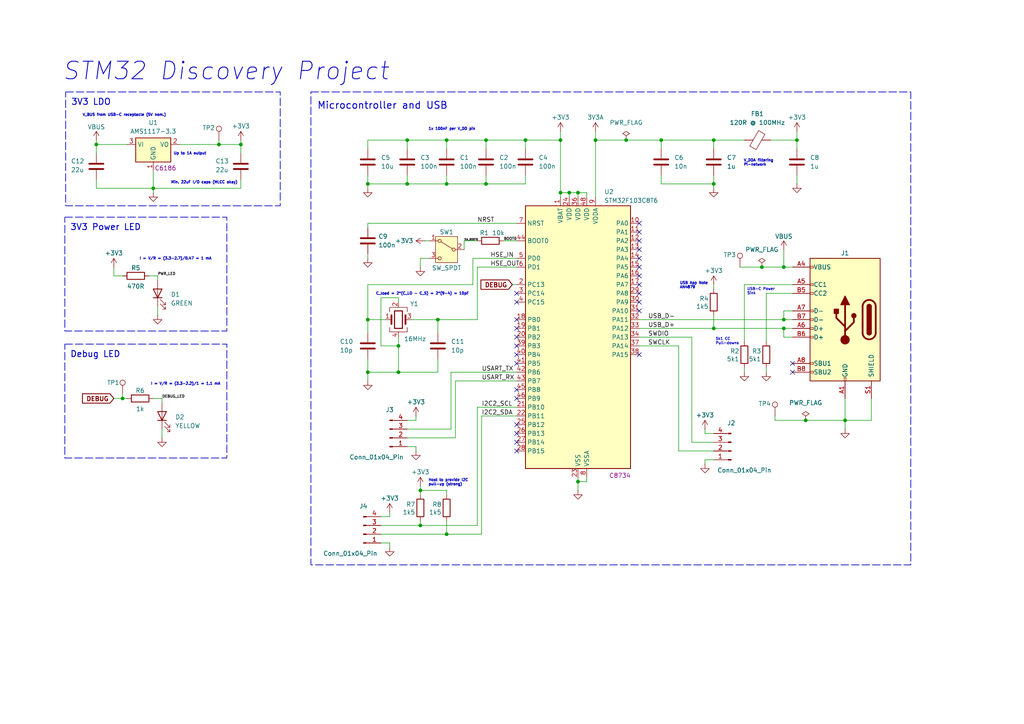
<source format=kicad_sch>
(kicad_sch (version 20250114) (generator "eeschema") (generator_version "9.0")
  (paper "A4")
  (title_block (title "STM32 Discovery Project") (date "2025-08-26") (rev "1.0") (company "Lachlan Cooke"))
  (lib_symbols
    (symbol "Connector:Conn_01x04_Pin" (pin_names (offset 1.016) (hide yes))
      (property "Reference" "J" (at 0 5.08 0))
      (property "Value" "Conn_01x04_Pin" (at 0 -7.62 0))
      (symbol "Conn_01x04_Pin_1_1"
        (rectangle (start 0.8636 2.667) (end 0 2.413) (stroke (width 0.1524)) (fill (type outline)))
        (rectangle (start 0.8636 0.127) (end 0 -0.127) (stroke (width 0.1524)) (fill (type outline)))
        (rectangle (start 0.8636 -2.413) (end 0 -2.667) (stroke (width 0.1524)) (fill (type outline)))
        (rectangle (start 0.8636 -4.953) (end 0 -5.207) (stroke (width 0.1524)) (fill (type outline)))
        (polyline (pts (xy 1.27 2.54) (xy 0.8636 2.54)) (stroke (width 0.1524)))
        (polyline (pts (xy 1.27 0) (xy 0.8636 0)) (stroke (width 0.1524)))
        (polyline (pts (xy 1.27 -2.54) (xy 0.8636 -2.54)) (stroke (width 0.1524)))
        (polyline (pts (xy 1.27 -5.08) (xy 0.8636 -5.08)) (stroke (width 0.1524)))
        (pin passive line (at 5.08 2.54 180) (length 3.81) (name "Pin_1") (number "1"))
        (pin passive line (at 5.08 0 180) (length 3.81) (name "Pin_2") (number "2"))
        (pin passive line (at 5.08 -2.54 180) (length 3.81) (name "Pin_3") (number "3"))
        (pin passive line (at 5.08 -5.08 180) (length 3.81) (name "Pin_4") (number "4"))
      )
    )
    (symbol "Connector:TestPoint" (pin_numbers (hide yes)) (pin_names (offset 0.762) (hide yes))
      (property "Reference" "TP" (at 0 6.858 0))
      (property "Value" "TestPoint" (at 0 5.08 0))
      (symbol "TestPoint_0_1"
        (circle (center 0 3.302) (radius 0.762))
      )
      (symbol "TestPoint_1_1"
        (pin passive line (at 0 0 90) (length 2.54) (name "1") (number "1"))
      )
    )
    (symbol "Connector:USB_C_Receptacle_USB2.0_16P" (pin_names (offset 1.016))
      (property "Reference" "J" (at 0 22.225 0))
      (property "Value" "USB_C_Receptacle_USB2.0_16P" (at 0 19.685 0))
      (symbol "USB_C_Receptacle_USB2.0_16P_0_0"
        (rectangle (start -0.254 -17.78) (end 0.254 -16.764))
        (rectangle (start 10.16 15.494) (end 9.144 14.986))
        (rectangle (start 10.16 10.414) (end 9.144 9.906))
        (rectangle (start 10.16 7.874) (end 9.144 7.366))
        (rectangle (start 10.16 2.794) (end 9.144 2.286))
        (rectangle (start 10.16 0.254) (end 9.144 -0.254))
        (rectangle (start 10.16 -2.286) (end 9.144 -2.794))
        (rectangle (start 10.16 -4.826) (end 9.144 -5.334))
        (rectangle (start 10.16 -12.446) (end 9.144 -12.954))
        (rectangle (start 10.16 -14.986) (end 9.144 -15.494))
      )
      (symbol "USB_C_Receptacle_USB2.0_16P_0_1"
        (rectangle (start -10.16 17.78) (end 10.16 -17.78) (stroke (width 0.254)) (fill (type background)))
        (polyline (pts (xy -8.89 -3.81) (xy -8.89 3.81)) (stroke (width 0.508)))
        (rectangle (start -7.62 -3.81) (end -6.35 3.81) (stroke (width 0.254)) (fill (type outline)))
        (arc (start -7.62 3.81) (mid -6.985 4.4423) (end -6.35 3.81) (stroke (width 0.254)))
        (arc (start -7.62 3.81) (mid -6.985 4.4423) (end -6.35 3.81) (stroke (width 0.254)) (fill (type outline)))
        (arc (start -8.89 3.81) (mid -6.985 5.7067) (end -5.08 3.81) (stroke (width 0.508)))
        (arc (start -5.08 -3.81) (mid -6.985 -5.7067) (end -8.89 -3.81) (stroke (width 0.508)))
        (arc (start -6.35 -3.81) (mid -6.985 -4.4423) (end -7.62 -3.81) (stroke (width 0.254)))
        (arc (start -6.35 -3.81) (mid -6.985 -4.4423) (end -7.62 -3.81) (stroke (width 0.254)) (fill (type outline)))
        (polyline (pts (xy -5.08 3.81) (xy -5.08 -3.81)) (stroke (width 0.508)))
        (circle (center -2.54 1.143) (radius 0.635) (stroke (width 0.254)) (fill (type outline)))
        (polyline (pts (xy -1.27 4.318) (xy 0 6.858) (xy 1.27 4.318) (xy -1.27 4.318)) (stroke (width 0.254)) (fill (type outline)))
        (polyline (pts (xy 0 -2.032) (xy 2.54 0.508) (xy 2.54 1.778)) (stroke (width 0.508)))
        (polyline (pts (xy 0 -3.302) (xy -2.54 -0.762) (xy -2.54 0.508)) (stroke (width 0.508)))
        (polyline (pts (xy 0 -5.842) (xy 0 4.318)) (stroke (width 0.508)))
        (circle (center 0 -5.842) (radius 1.27) (fill (type outline)))
        (rectangle (start 1.905 1.778) (end 3.175 3.048) (stroke (width 0.254)) (fill (type outline)))
      )
      (symbol "USB_C_Receptacle_USB2.0_16P_1_1"
        (pin passive line (at -7.62 -22.86 90) (length 5.08) (name "SHIELD") (number "S1"))
        (pin passive line (at 0 -22.86 90) (length 5.08) (name "GND") (number "A1"))
        (pin passive line (at 0 -22.86 90) (length 5.08) (hide yes) (name "GND") (number "A12"))
        (pin passive line (at 0 -22.86 90) (length 5.08) (hide yes) (name "GND") (number "B1"))
        (pin passive line (at 0 -22.86 90) (length 5.08) (hide yes) (name "GND") (number "B12"))
        (pin passive line (at 15.24 15.24 180) (length 5.08) (name "VBUS") (number "A4"))
        (pin passive line (at 15.24 15.24 180) (length 5.08) (hide yes) (name "VBUS") (number "A9"))
        (pin passive line (at 15.24 15.24 180) (length 5.08) (hide yes) (name "VBUS") (number "B4"))
        (pin passive line (at 15.24 15.24 180) (length 5.08) (hide yes) (name "VBUS") (number "B9"))
        (pin bidirectional line (at 15.24 10.16 180) (length 5.08) (name "CC1") (number "A5"))
        (pin bidirectional line (at 15.24 7.62 180) (length 5.08) (name "CC2") (number "B5"))
        (pin bidirectional line (at 15.24 2.54 180) (length 5.08) (name "D-") (number "A7"))
        (pin bidirectional line (at 15.24 0 180) (length 5.08) (name "D-") (number "B7"))
        (pin bidirectional line (at 15.24 -2.54 180) (length 5.08) (name "D+") (number "A6"))
        (pin bidirectional line (at 15.24 -5.08 180) (length 5.08) (name "D+") (number "B6"))
        (pin bidirectional line (at 15.24 -12.7 180) (length 5.08) (name "SBU1") (number "A8"))
        (pin bidirectional line (at 15.24 -15.24 180) (length 5.08) (name "SBU2") (number "B8"))
      )
    )
    (symbol "Device:C" (pin_numbers (hide yes)) (pin_names (offset 0.254))
      (property "Reference" "C" (at 0.635 2.54 0))
      (property "Value" "C" (at 0.635 -2.54 0))
      (symbol "C_0_1"
        (polyline (pts (xy -2.032 0.762) (xy 2.032 0.762)) (stroke (width 0.508)))
        (polyline (pts (xy -2.032 -0.762) (xy 2.032 -0.762)) (stroke (width 0.508)))
      )
      (symbol "C_1_1"
        (pin passive line (at 0 3.81 270) (length 2.794) (name "~") (number "1"))
        (pin passive line (at 0 -3.81 90) (length 2.794) (name "~") (number "2"))
      )
    )
    (symbol "Device:Crystal_GND24" (pin_names (offset 1.016) (hide yes))
      (property "Reference" "Y" (at 3.175 5.08 0))
      (property "Value" "Crystal_GND24" (at 3.175 3.175 0))
      (symbol "Crystal_GND24_0_1"
        (polyline (pts (xy -2.54 2.286) (xy -2.54 3.556) (xy 2.54 3.556) (xy 2.54 2.286)))
        (polyline (pts (xy -2.54 0) (xy -2.032 0)))
        (polyline (pts (xy -2.54 -2.286) (xy -2.54 -3.556) (xy 2.54 -3.556) (xy 2.54 -2.286)))
        (polyline (pts (xy -2.032 -1.27) (xy -2.032 1.27)) (stroke (width 0.508)))
        (rectangle (start -1.143 2.54) (end 1.143 -2.54) (stroke (width 0.3048)))
        (polyline (pts (xy 0 3.556) (xy 0 3.81)))
        (polyline (pts (xy 0 -3.81) (xy 0 -3.556)))
        (polyline (pts (xy 2.032 0) (xy 2.54 0)))
        (polyline (pts (xy 2.032 -1.27) (xy 2.032 1.27)) (stroke (width 0.508)))
      )
      (symbol "Crystal_GND24_1_1"
        (pin passive line (at -3.81 0 0) (length 1.27) (name "1") (number "1"))
        (pin passive line (at 0 5.08 270) (length 1.27) (name "2") (number "2"))
        (pin passive line (at 0 -5.08 90) (length 1.27) (name "4") (number "4"))
        (pin passive line (at 3.81 0 180) (length 1.27) (name "3") (number "3"))
      )
    )
    (symbol "Device:FerriteBead" (pin_numbers (hide yes)) (pin_names (offset 0))
      (property "Reference" "FB" (at -3.81 0.635 90))
      (property "Value" "FerriteBead" (at 3.81 0 90))
      (symbol "FerriteBead_0_1"
        (polyline (pts (xy -2.7686 0.4064) (xy -1.7018 2.2606) (xy 2.7686 -0.3048) (xy 1.6764 -2.159) (xy -2.7686 0.4064)))
        (polyline (pts (xy 0 1.27) (xy 0 1.2954)))
        (polyline (pts (xy 0 -1.27) (xy 0 -1.2192)))
      )
      (symbol "FerriteBead_1_1"
        (pin passive line (at 0 3.81 270) (length 2.54) (name "~") (number "1"))
        (pin passive line (at 0 -3.81 90) (length 2.54) (name "~") (number "2"))
      )
    )
    (symbol "Device:LED" (pin_numbers (hide yes)) (pin_names (offset 1.016) (hide yes))
      (property "Reference" "D" (at 0 2.54 0))
      (property "Value" "LED" (at 0 -2.54 0))
      (symbol "LED_0_1"
        (polyline (pts (xy -3.048 -0.762) (xy -4.572 -2.286) (xy -3.81 -2.286) (xy -4.572 -2.286) (xy -4.572 -1.524)))
        (polyline (pts (xy -1.778 -0.762) (xy -3.302 -2.286) (xy -2.54 -2.286) (xy -3.302 -2.286) (xy -3.302 -1.524)))
        (polyline (pts (xy -1.27 0) (xy 1.27 0)))
        (polyline (pts (xy -1.27 -1.27) (xy -1.27 1.27)) (stroke (width 0.254)))
        (polyline (pts (xy 1.27 -1.27) (xy 1.27 1.27) (xy -1.27 0) (xy 1.27 -1.27)) (stroke (width 0.254)))
      )
      (symbol "LED_1_1"
        (pin passive line (at -3.81 0 0) (length 2.54) (name "K") (number "1"))
        (pin passive line (at 3.81 0 180) (length 2.54) (name "A") (number "2"))
      )
    )
    (symbol "Device:R" (pin_numbers (hide yes)) (pin_names (offset 0))
      (property "Reference" "R" (at 2.032 0 90))
      (property "Value" "R" (at 0 0 90))
      (symbol "R_0_1"
        (rectangle (start -1.016 -2.54) (end 1.016 2.54) (stroke (width 0.254)))
      )
      (symbol "R_1_1"
        (pin passive line (at 0 3.81 270) (length 1.27) (name "~") (number "1"))
        (pin passive line (at 0 -3.81 90) (length 1.27) (name "~") (number "2"))
      )
    )
    (symbol "MCU_ST_STM32F1:STM32F103C8Tx"
      (property "Reference" "U" (at -15.24 39.37 0))
      (property "Value" "STM32F103C8Tx" (at 7.62 39.37 0))
      (symbol "STM32F103C8Tx_0_1"
        (rectangle (start -15.24 -38.1) (end 15.24 38.1) (stroke (width 0.254)) (fill (type background)))
      )
      (symbol "STM32F103C8Tx_1_1"
        (pin input line (at -17.78 33.02 0) (length 2.54) (name "NRST") (number "7"))
        (pin input line (at -17.78 27.94 0) (length 2.54) (name "BOOT0") (number "44"))
        (pin bidirectional line (at -17.78 22.86 0) (length 2.54) (name "PD0") (number "5"))
        (pin bidirectional line (at -17.78 20.32 0) (length 2.54) (name "PD1") (number "6"))
        (pin bidirectional line (at -17.78 15.24 0) (length 2.54) (name "PC13") (number "2"))
        (pin bidirectional line (at -17.78 12.7 0) (length 2.54) (name "PC14") (number "3"))
        (pin bidirectional line (at -17.78 10.16 0) (length 2.54) (name "PC15") (number "4"))
        (pin bidirectional line (at -17.78 5.08 0) (length 2.54) (name "PB0") (number "18"))
        (pin bidirectional line (at -17.78 2.54 0) (length 2.54) (name "PB1") (number "19"))
        (pin bidirectional line (at -17.78 0 0) (length 2.54) (name "PB2") (number "20"))
        (pin bidirectional line (at -17.78 -2.54 0) (length 2.54) (name "PB3") (number "39"))
        (pin bidirectional line (at -17.78 -5.08 0) (length 2.54) (name "PB4") (number "40"))
        (pin bidirectional line (at -17.78 -7.62 0) (length 2.54) (name "PB5") (number "41"))
        (pin bidirectional line (at -17.78 -10.16 0) (length 2.54) (name "PB6") (number "42"))
        (pin bidirectional line (at -17.78 -12.7 0) (length 2.54) (name "PB7") (number "43"))
        (pin bidirectional line (at -17.78 -15.24 0) (length 2.54) (name "PB8") (number "45"))
        (pin bidirectional line (at -17.78 -17.78 0) (length 2.54) (name "PB9") (number "46"))
        (pin bidirectional line (at -17.78 -20.32 0) (length 2.54) (name "PB10") (number "21"))
        (pin bidirectional line (at -17.78 -22.86 0) (length 2.54) (name "PB11") (number "22"))
        (pin bidirectional line (at -17.78 -25.4 0) (length 2.54) (name "PB12") (number "25"))
        (pin bidirectional line (at -17.78 -27.94 0) (length 2.54) (name "PB13") (number "26"))
        (pin bidirectional line (at -17.78 -30.48 0) (length 2.54) (name "PB14") (number "27"))
        (pin bidirectional line (at -17.78 -33.02 0) (length 2.54) (name "PB15") (number "28"))
        (pin power_in line (at -5.08 40.64 270) (length 2.54) (name "VBAT") (number "1"))
        (pin power_in line (at -2.54 40.64 270) (length 2.54) (name "VDD") (number "24"))
        (pin power_in line (at 0 40.64 270) (length 2.54) (name "VDD") (number "36"))
        (pin power_in line (at 0 -40.64 90) (length 2.54) (name "VSS") (number "23"))
        (pin passive line (at 0 -40.64 90) (length 2.54) (hide yes) (name "VSS") (number "35"))
        (pin passive line (at 0 -40.64 90) (length 2.54) (hide yes) (name "VSS") (number "47"))
        (pin power_in line (at 2.54 40.64 270) (length 2.54) (name "VDD") (number "48"))
        (pin power_in line (at 2.54 -40.64 90) (length 2.54) (name "VSSA") (number "8"))
        (pin power_in line (at 5.08 40.64 270) (length 2.54) (name "VDDA") (number "9"))
        (pin bidirectional line (at 17.78 33.02 180) (length 2.54) (name "PA0") (number "10"))
        (pin bidirectional line (at 17.78 30.48 180) (length 2.54) (name "PA1") (number "11"))
        (pin bidirectional line (at 17.78 27.94 180) (length 2.54) (name "PA2") (number "12"))
        (pin bidirectional line (at 17.78 25.4 180) (length 2.54) (name "PA3") (number "13"))
        (pin bidirectional line (at 17.78 22.86 180) (length 2.54) (name "PA4") (number "14"))
        (pin bidirectional line (at 17.78 20.32 180) (length 2.54) (name "PA5") (number "15"))
        (pin bidirectional line (at 17.78 17.78 180) (length 2.54) (name "PA6") (number "16"))
        (pin bidirectional line (at 17.78 15.24 180) (length 2.54) (name "PA7") (number "17"))
        (pin bidirectional line (at 17.78 12.7 180) (length 2.54) (name "PA8") (number "29"))
        (pin bidirectional line (at 17.78 10.16 180) (length 2.54) (name "PA9") (number "30"))
        (pin bidirectional line (at 17.78 7.62 180) (length 2.54) (name "PA10") (number "31"))
        (pin bidirectional line (at 17.78 5.08 180) (length 2.54) (name "PA11") (number "32"))
        (pin bidirectional line (at 17.78 2.54 180) (length 2.54) (name "PA12") (number "33"))
        (pin bidirectional line (at 17.78 0 180) (length 2.54) (name "PA13") (number "34"))
        (pin bidirectional line (at 17.78 -2.54 180) (length 2.54) (name "PA14") (number "37"))
        (pin bidirectional line (at 17.78 -5.08 180) (length 2.54) (name "PA15") (number "38"))
      )
    )
    (symbol "Regulator_Linear:AMS1117-3.3"
      (property "Reference" "U" (at -3.81 3.175 0))
      (property "Value" "AMS1117-3.3" (at 0 3.175 0))
      (symbol "AMS1117-3.3_0_1"
        (rectangle (start -5.08 -5.08) (end 5.08 1.905) (stroke (width 0.254)) (fill (type background)))
      )
      (symbol "AMS1117-3.3_1_1"
        (pin power_in line (at -7.62 0 0) (length 2.54) (name "VI") (number "3"))
        (pin power_in line (at 0 -7.62 90) (length 2.54) (name "GND") (number "1"))
        (pin power_out line (at 7.62 0 180) (length 2.54) (name "VO") (number "2"))
      )
    )
    (symbol "Switch:SW_SPDT" (pin_names (offset 0) (hide yes))
      (property "Reference" "SW" (at 0 5.08 0))
      (property "Value" "SW_SPDT" (at 0 -5.08 0))
      (symbol "SW_SPDT_0_1"
        (circle (center -2.032 0) (radius 0.4572))
        (polyline (pts (xy -1.651 0.254) (xy 1.651 2.286)))
        (circle (center 2.032 2.54) (radius 0.4572))
        (circle (center 2.032 -2.54) (radius 0.4572))
      )
      (symbol "SW_SPDT_1_1"
        (rectangle (start -3.175 3.81) (end 3.175 -3.81) (fill (type background)))
        (pin passive line (at -5.08 0 0) (length 2.54) (name "B") (number "2"))
        (pin passive line (at 5.08 2.54 180) (length 2.54) (name "A") (number "1"))
        (pin passive line (at 5.08 -2.54 180) (length 2.54) (name "C") (number "3"))
      )
    )
    (symbol "power:+3.3VA" (power) (pin_numbers (hide yes)) (pin_names (offset 0) (hide yes))
      (property "Value" "+3.3VA" (at 0 3.556 0))
      (symbol "+3.3VA_0_1"
        (polyline (pts (xy -0.762 1.27) (xy 0 2.54)))
        (polyline (pts (xy 0 2.54) (xy 0.762 1.27)))
        (polyline (pts (xy 0 0) (xy 0 2.54)))
      )
      (symbol "+3.3VA_1_1"
        (pin power_in line (at 0 0 90) (length 0) (name "~") (number "1"))
      )
    )
    (symbol "power:+3V3" (power) (pin_numbers (hide yes)) (pin_names (offset 0) (hide yes))
      (property "Value" "+3V3" (at 0 3.556 0))
      (symbol "+3V3_0_1"
        (polyline (pts (xy -0.762 1.27) (xy 0 2.54)))
        (polyline (pts (xy 0 2.54) (xy 0.762 1.27)))
        (polyline (pts (xy 0 0) (xy 0 2.54)))
      )
      (symbol "+3V3_1_1"
        (pin power_in line (at 0 0 90) (length 0) (name "~") (number "1"))
      )
    )
    (symbol "power:GND" (power) (pin_numbers (hide yes)) (pin_names (offset 0) (hide yes))
      (property "Value" "GND" (at 0 -3.81 0))
      (symbol "GND_0_1"
        (polyline (pts (xy 0 0) (xy 0 -1.27) (xy 1.27 -1.27) (xy 0 -2.54) (xy -1.27 -1.27) (xy 0 -1.27)))
      )
      (symbol "GND_1_1"
        (pin power_in line (at 0 0 270) (length 0) (name "~") (number "1"))
      )
    )
    (symbol "power:PWR_FLAG" (power) (pin_numbers (hide yes)) (pin_names (offset 0) (hide yes))
      (property "Value" "PWR_FLAG" (at 0 3.81 0))
      (symbol "PWR_FLAG_0_0"
        (pin power_out line (at 0 0 90) (length 0) (name "~") (number "1"))
      )
      (symbol "PWR_FLAG_0_1"
        (polyline (pts (xy 0 0) (xy 0 1.27) (xy -1.016 1.905) (xy 0 2.54) (xy 1.016 1.905) (xy 0 1.27)))
      )
    )
    (symbol "power:VBUS" (power) (pin_numbers (hide yes)) (pin_names (offset 0) (hide yes))
      (property "Value" "VBUS" (at 0 3.556 0))
      (symbol "VBUS_0_1"
        (polyline (pts (xy -0.762 1.27) (xy 0 2.54)))
        (polyline (pts (xy 0 2.54) (xy 0.762 1.27)))
        (polyline (pts (xy 0 0) (xy 0 2.54)))
      )
      (symbol "VBUS_1_1"
        (pin power_in line (at 0 0 90) (length 0) (name "~") (number "1"))
      )
    )
  )
  (rectangle (start 90.17 26.67) (end 264.16 163.83) (stroke (width 0.2032) (type dash)))
  (rectangle (start 19.05 26.67) (end 81.28 59.69) (stroke (width 0.2032) (type dash)))
  (rectangle (start 18.796 62.992) (end 65.786 96.012) (stroke (width 0.2032) (type dash)))
  (rectangle (start 18.796 99.822) (end 65.786 132.842) (stroke (width 0.2032) (type dash)))
  (text "I = V/R = (3.3-2.7)/0.47 = 1 mA" (at 40.386 74.676 0) (effects (font (size 0.762 0.762) (thickness 0.254) (bold yes)) (justify left top)))
  (text "Up to 1A output" (at 50.292 44.196 0) (effects (font (size 0.762 0.762) (thickness 0.254) (bold yes)) (justify left top)))
  (text "Debug LED" (at 20.32 102.87 0) (effects (font (size 1.778 1.778) (thickness 0.254) (bold yes)) (justify left)))
  (text "5k1 CC\nPull-downs" (at 207.518 99.06 0) (effects (font (size 0.762 0.762) (thickness 0.1524) (bold yes)) (justify left)))
  (text "Min. 22uF I/O caps (MLCC okay)" (at 49.53 52.578 0) (effects (font (size 0.762 0.762) (thickness 0.254) (bold yes)) (justify left top)))
  (text "C_load = 2*(C_LO - C_S) = 2*(9-4) = 10pF" (at 108.966 84.836 0) (effects (font (size 0.762 0.762) (thickness 0.254) (bold yes)) (justify left top)))
  (text "V_DDA filtering\nPi-network" (at 215.646 46.228 0) (effects (font (size 0.762 0.762) (thickness 0.254) (bold yes)) (justify left top)))
  (text "V_BUS from USB-C receptacle (5V nom.)" (at 23.876 33.02 0) (effects (font (size 0.762 0.762) (thickness 0.254) (bold yes)) (justify left top)))
  (text "USB-C Power\nSink" (at 216.662 84.582 0) (effects (font (size 0.762 0.762) (thickness 0.1524) (bold yes)) (justify left)))
  (text "USB App Note\nAN4879" (at 197.104 81.788 0) (effects (font (size 0.762 0.762) (thickness 0.254) (bold yes)) (justify left top)))
  (text "1x 100nF per V_DD pin" (at 124.206 37.084 0) (effects (font (size 0.762 0.762) (thickness 0.254) (bold yes)) (justify left top)))
  (text "Host to provide I2C\npull-up (strong) " (at 124.206 138.938 0) (effects (font (size 0.762 0.762) (thickness 0.254) (bold yes)) (justify left top)))
  (text "3V3 Power LED" (at 20.32 66.04 0) (effects (font (size 1.778 1.778) (thickness 0.254) (bold yes)) (justify left)))
  (text "I = V/R = (3.3-2.2)/1 = 1.1 mA" (at 43.688 110.998 0) (effects (font (size 0.762 0.762) (thickness 0.254) (bold yes)) (justify left top)))
  (text "STM32 Discovery Project" (at 18.034 17.78 0) (effects (font (size 5.08 5.08) (thickness 0.254) (bold yes) (italic yes)) (justify left top)))
  (text "Microcontroller and USB" (at 91.948 30.734 0) (effects (font (size 2.032 2.032) (thickness 0.254) (bold yes)) (justify left)))
  (text "3V3 LDO" (at 20.574 29.718 0) (effects (font (size 1.778 1.778) (thickness 0.254) (bold yes)) (justify left)))
  (junction (at 207.01 95.25))
  (junction (at 63.5 41.91))
  (junction (at 165.1 55.88))
  (junction (at 115.57 107.95))
  (junction (at 227.33 77.47))
  (junction (at 106.68 53.34))
  (junction (at 172.72 40.64))
  (junction (at 152.4 40.64))
  (junction (at 227.33 95.25))
  (junction (at 227.33 92.71))
  (junction (at 121.92 152.4))
  (junction (at 167.64 139.7))
  (junction (at 69.85 41.91))
  (junction (at 129.54 53.34))
  (junction (at 140.97 53.34))
  (junction (at 191.77 40.64))
  (junction (at 44.45 54.61))
  (junction (at 245.11 121.92))
  (junction (at 167.64 55.88))
  (junction (at 129.54 154.94))
  (junction (at 162.56 40.64))
  (junction (at 129.54 40.64))
  (junction (at 118.11 40.64))
  (junction (at 162.56 55.88))
  (junction (at 181.61 40.64))
  (junction (at 207.01 53.34))
  (junction (at 233.68 121.92))
  (junction (at 220.98 77.47))
  (junction (at 127 92.71))
  (junction (at 106.68 107.95))
  (junction (at 27.94 41.91))
  (junction (at 231.14 40.64))
  (junction (at 140.97 40.64))
  (junction (at 121.92 142.24))
  (junction (at 106.68 92.71))
  (junction (at 115.57 100.33))
  (junction (at 118.11 53.34))
  (junction (at 207.01 40.64))
  (junction (at 35.56 115.57))
  (no_connect (at 229.87 105.41))
  (no_connect (at 149.86 102.87))
  (no_connect (at 185.42 64.77))
  (no_connect (at 149.86 130.81))
  (no_connect (at 185.42 67.31))
  (no_connect (at 149.86 97.79))
  (no_connect (at 149.86 87.63))
  (no_connect (at 149.86 125.73))
  (no_connect (at 185.42 77.47))
  (no_connect (at 149.86 128.27))
  (no_connect (at 149.86 115.57))
  (no_connect (at 149.86 85.09))
  (no_connect (at 185.42 74.93))
  (no_connect (at 149.86 100.33))
  (no_connect (at 149.86 123.19))
  (no_connect (at 149.86 113.03))
  (no_connect (at 149.86 95.25))
  (no_connect (at 149.86 105.41))
  (no_connect (at 185.42 69.85))
  (no_connect (at 185.42 72.39))
  (no_connect (at 185.42 87.63))
  (no_connect (at 185.42 85.09))
  (no_connect (at 229.87 107.95))
  (no_connect (at 185.42 80.01))
  (no_connect (at 185.42 102.87))
  (no_connect (at 185.42 82.55))
  (no_connect (at 149.86 92.71))
  (no_connect (at 185.42 90.17))
  (wire (pts (xy 35.56 114.3) (xy 35.56 115.57)))
  (wire (pts (xy 44.45 54.61) (xy 69.85 54.61)))
  (wire (pts (xy 46.99 124.46) (xy 46.99 127)))
  (wire (pts (xy 138.43 77.47) (xy 149.86 77.47)))
  (wire (pts (xy 224.79 120.65) (xy 224.79 121.92)))
  (wire (pts (xy 113.03 158.75) (xy 113.03 157.48)))
  (wire (pts (xy 45.72 88.9) (xy 45.72 91.44)))
  (wire (pts (xy 191.77 50.8) (xy 191.77 53.34)))
  (wire (pts (xy 214.63 77.47) (xy 220.98 77.47)))
  (wire (pts (xy 120.65 130.81) (xy 120.65 129.54)))
  (wire (pts (xy 222.25 85.09) (xy 229.87 85.09)))
  (wire (pts (xy 170.18 57.15) (xy 170.18 55.88)))
  (wire (pts (xy 220.98 77.47) (xy 227.33 77.47)))
  (wire (pts (xy 162.56 38.1) (xy 162.56 40.64)))
  (wire (pts (xy 106.68 82.55) (xy 106.68 92.71)))
  (wire (pts (xy 121.92 142.24) (xy 129.54 142.24)))
  (wire (pts (xy 106.68 73.66) (xy 106.68 74.93)))
  (wire (pts (xy 229.87 82.55) (xy 215.9 82.55)))
  (wire (pts (xy 113.03 149.86) (xy 113.03 148.59)))
  (wire (pts (xy 224.79 121.92) (xy 233.68 121.92)))
  (wire (pts (xy 252.73 115.57) (xy 252.73 121.92)))
  (wire (pts (xy 172.72 40.64) (xy 181.61 40.64)))
  (wire (pts (xy 191.77 53.34) (xy 207.01 53.34)))
  (wire (pts (xy 44.45 49.53) (xy 44.45 54.61)))
  (wire (pts (xy 127 92.71) (xy 138.43 92.71)))
  (wire (pts (xy 130.81 124.46) (xy 130.81 107.95)))
  (wire (pts (xy 129.54 43.18) (xy 129.54 40.64)))
  (wire (pts (xy 231.14 40.64) (xy 223.52 40.64)))
  (wire (pts (xy 140.97 53.34) (xy 129.54 53.34)))
  (wire (pts (xy 167.64 139.7) (xy 167.64 142.24)))
  (wire (pts (xy 146.05 69.85) (xy 149.86 69.85)))
  (wire (pts (xy 227.33 90.17) (xy 227.33 92.71)))
  (wire (pts (xy 129.54 151.13) (xy 129.54 154.94)))
  (wire (pts (xy 252.73 121.92) (xy 245.11 121.92)))
  (wire (pts (xy 115.57 100.33) (xy 115.57 107.95)))
  (wire (pts (xy 118.11 121.92) (xy 120.65 121.92)))
  (wire (pts (xy 115.57 86.36) (xy 115.57 87.63)))
  (wire (pts (xy 215.9 82.55) (xy 215.9 99.06)))
  (wire (pts (xy 148.59 82.55) (xy 149.86 82.55)))
  (wire (pts (xy 200.66 128.27) (xy 200.66 97.79)))
  (wire (pts (xy 245.11 121.92) (xy 245.11 124.46)))
  (wire (pts (xy 129.54 142.24) (xy 129.54 143.51)))
  (wire (pts (xy 207.01 53.34) (xy 207.01 54.61)))
  (wire (pts (xy 137.16 74.93) (xy 149.86 74.93)))
  (wire (pts (xy 129.54 154.94) (xy 139.7 154.94)))
  (wire (pts (xy 231.14 38.1) (xy 231.14 40.64)))
  (wire (pts (xy 44.45 54.61) (xy 44.45 55.88)))
  (wire (pts (xy 33.02 115.57) (xy 35.56 115.57)))
  (wire (pts (xy 118.11 43.18) (xy 118.11 40.64)))
  (wire (pts (xy 139.7 154.94) (xy 139.7 120.65)))
  (wire (pts (xy 121.92 151.13) (xy 121.92 152.4)))
  (wire (pts (xy 227.33 92.71) (xy 229.87 92.71)))
  (wire (pts (xy 106.68 104.14) (xy 106.68 107.95)))
  (wire (pts (xy 45.72 80.01) (xy 43.18 80.01)))
  (wire (pts (xy 204.47 134.62) (xy 204.47 133.35)))
  (wire (pts (xy 170.18 139.7) (xy 167.64 139.7)))
  (wire (pts (xy 207.01 50.8) (xy 207.01 53.34)))
  (wire (pts (xy 110.49 86.36) (xy 110.49 100.33)))
  (wire (pts (xy 196.85 100.33) (xy 196.85 130.81)))
  (wire (pts (xy 185.42 97.79) (xy 200.66 97.79)))
  (wire (pts (xy 45.72 81.28) (xy 45.72 80.01)))
  (wire (pts (xy 215.9 106.68) (xy 215.9 107.95)))
  (wire (pts (xy 52.07 41.91) (xy 63.5 41.91)))
  (wire (pts (xy 134.62 72.39) (xy 134.62 69.85)))
  (wire (pts (xy 204.47 133.35) (xy 207.01 133.35)))
  (wire (pts (xy 121.92 77.47) (xy 121.92 74.93)))
  (wire (pts (xy 227.33 95.25) (xy 229.87 95.25)))
  (wire (pts (xy 229.87 90.17) (xy 227.33 90.17)))
  (wire (pts (xy 227.33 77.47) (xy 229.87 77.47)))
  (wire (pts (xy 46.99 115.57) (xy 44.45 115.57)))
  (wire (pts (xy 118.11 124.46) (xy 130.81 124.46)))
  (wire (pts (xy 120.65 129.54) (xy 118.11 129.54)))
  (wire (pts (xy 152.4 53.34) (xy 140.97 53.34)))
  (wire (pts (xy 27.94 41.91) (xy 36.83 41.91)))
  (wire (pts (xy 172.72 38.1) (xy 172.72 40.64)))
  (wire (pts (xy 127 92.71) (xy 127 96.52)))
  (wire (pts (xy 46.99 116.84) (xy 46.99 115.57)))
  (wire (pts (xy 119.38 92.71) (xy 127 92.71)))
  (wire (pts (xy 106.68 53.34) (xy 118.11 53.34)))
  (wire (pts (xy 121.92 142.24) (xy 121.92 143.51)))
  (wire (pts (xy 204.47 125.73) (xy 204.47 124.46)))
  (wire (pts (xy 121.92 152.4) (xy 138.43 152.4)))
  (wire (pts (xy 162.56 55.88) (xy 162.56 57.15)))
  (wire (pts (xy 229.87 97.79) (xy 227.33 97.79)))
  (wire (pts (xy 152.4 43.18) (xy 152.4 40.64)))
  (wire (pts (xy 227.33 72.39) (xy 227.33 77.47)))
  (wire (pts (xy 106.68 92.71) (xy 106.68 96.52)))
  (wire (pts (xy 191.77 43.18) (xy 191.77 40.64)))
  (wire (pts (xy 27.94 54.61) (xy 44.45 54.61)))
  (wire (pts (xy 130.81 107.95) (xy 149.86 107.95)))
  (wire (pts (xy 129.54 40.64) (xy 140.97 40.64)))
  (wire (pts (xy 118.11 40.64) (xy 129.54 40.64)))
  (wire (pts (xy 167.64 138.43) (xy 167.64 139.7)))
  (wire (pts (xy 35.56 115.57) (xy 36.83 115.57)))
  (wire (pts (xy 222.25 99.06) (xy 222.25 85.09)))
  (wire (pts (xy 120.65 121.92) (xy 120.65 120.65)))
  (wire (pts (xy 137.16 74.93) (xy 137.16 82.55)))
  (wire (pts (xy 118.11 50.8) (xy 118.11 53.34)))
  (wire (pts (xy 245.11 115.57) (xy 245.11 121.92)))
  (wire (pts (xy 140.97 40.64) (xy 152.4 40.64)))
  (wire (pts (xy 27.94 44.45) (xy 27.94 41.91)))
  (wire (pts (xy 63.5 41.91) (xy 69.85 41.91)))
  (wire (pts (xy 132.08 110.49) (xy 149.86 110.49)))
  (wire (pts (xy 233.68 121.92) (xy 245.11 121.92)))
  (wire (pts (xy 138.43 118.11) (xy 149.86 118.11)))
  (wire (pts (xy 207.01 91.44) (xy 207.01 95.25)))
  (wire (pts (xy 27.94 40.64) (xy 27.94 41.91)))
  (wire (pts (xy 207.01 125.73) (xy 204.47 125.73)))
  (wire (pts (xy 185.42 92.71) (xy 227.33 92.71)))
  (wire (pts (xy 231.14 50.8) (xy 231.14 53.34)))
  (wire (pts (xy 222.25 106.68) (xy 222.25 107.95)))
  (wire (pts (xy 106.68 107.95) (xy 106.68 110.49)))
  (wire (pts (xy 227.33 97.79) (xy 227.33 95.25)))
  (wire (pts (xy 106.68 66.04) (xy 106.68 64.77)))
  (wire (pts (xy 170.18 138.43) (xy 170.18 139.7)))
  (wire (pts (xy 106.68 50.8) (xy 106.68 53.34)))
  (wire (pts (xy 129.54 53.34) (xy 118.11 53.34)))
  (wire (pts (xy 137.16 82.55) (xy 106.68 82.55)))
  (wire (pts (xy 129.54 50.8) (xy 129.54 53.34)))
  (wire (pts (xy 196.85 130.81) (xy 207.01 130.81)))
  (wire (pts (xy 165.1 57.15) (xy 165.1 55.88)))
  (wire (pts (xy 123.19 69.85) (xy 124.46 69.85)))
  (wire (pts (xy 140.97 43.18) (xy 140.97 40.64)))
  (wire (pts (xy 127 107.95) (xy 115.57 107.95)))
  (wire (pts (xy 132.08 127) (xy 132.08 110.49)))
  (wire (pts (xy 69.85 44.45) (xy 69.85 41.91)))
  (wire (pts (xy 207.01 82.55) (xy 207.01 83.82)))
  (wire (pts (xy 207.01 95.25) (xy 227.33 95.25)))
  (wire (pts (xy 110.49 100.33) (xy 115.57 100.33)))
  (wire (pts (xy 121.92 74.93) (xy 124.46 74.93)))
  (wire (pts (xy 106.68 64.77) (xy 149.86 64.77)))
  (wire (pts (xy 167.64 55.88) (xy 165.1 55.88)))
  (wire (pts (xy 172.72 40.64) (xy 172.72 57.15)))
  (wire (pts (xy 35.56 80.01) (xy 33.02 80.01)))
  (wire (pts (xy 138.43 92.71) (xy 138.43 77.47)))
  (wire (pts (xy 191.77 40.64) (xy 207.01 40.64)))
  (wire (pts (xy 110.49 152.4) (xy 121.92 152.4)))
  (wire (pts (xy 33.02 80.01) (xy 33.02 77.47)))
  (wire (pts (xy 106.68 40.64) (xy 118.11 40.64)))
  (wire (pts (xy 152.4 40.64) (xy 162.56 40.64)))
  (wire (pts (xy 167.64 57.15) (xy 167.64 55.88)))
  (wire (pts (xy 106.68 43.18) (xy 106.68 40.64)))
  (wire (pts (xy 207.01 40.64) (xy 215.9 40.64)))
  (wire (pts (xy 106.68 53.34) (xy 106.68 54.61)))
  (wire (pts (xy 139.7 120.65) (xy 149.86 120.65)))
  (wire (pts (xy 110.49 149.86) (xy 113.03 149.86)))
  (wire (pts (xy 115.57 107.95) (xy 106.68 107.95)))
  (wire (pts (xy 113.03 157.48) (xy 110.49 157.48)))
  (wire (pts (xy 134.62 69.85) (xy 138.43 69.85)))
  (wire (pts (xy 181.61 40.64) (xy 191.77 40.64)))
  (wire (pts (xy 152.4 50.8) (xy 152.4 53.34)))
  (wire (pts (xy 115.57 100.33) (xy 115.57 97.79)))
  (wire (pts (xy 231.14 43.18) (xy 231.14 40.64)))
  (wire (pts (xy 69.85 52.07) (xy 69.85 54.61)))
  (wire (pts (xy 185.42 100.33) (xy 196.85 100.33)))
  (wire (pts (xy 106.68 92.71) (xy 111.76 92.71)))
  (wire (pts (xy 118.11 127) (xy 132.08 127)))
  (wire (pts (xy 27.94 52.07) (xy 27.94 54.61)))
  (wire (pts (xy 115.57 86.36) (xy 110.49 86.36)))
  (wire (pts (xy 110.49 154.94) (xy 129.54 154.94)))
  (wire (pts (xy 69.85 40.64) (xy 69.85 41.91)))
  (wire (pts (xy 162.56 40.64) (xy 162.56 55.88)))
  (wire (pts (xy 140.97 50.8) (xy 140.97 53.34)))
  (wire (pts (xy 121.92 140.97) (xy 121.92 142.24)))
  (wire (pts (xy 170.18 55.88) (xy 167.64 55.88)))
  (wire (pts (xy 165.1 55.88) (xy 162.56 55.88)))
  (wire (pts (xy 185.42 95.25) (xy 207.01 95.25)))
  (wire (pts (xy 63.5 40.64) (xy 63.5 41.91)))
  (wire (pts (xy 127 104.14) (xy 127 107.95)))
  (wire (pts (xy 138.43 152.4) (xy 138.43 118.11)))
  (wire (pts (xy 207.01 43.18) (xy 207.01 40.64)))
  (wire (pts (xy 207.01 128.27) (xy 200.66 128.27)))
  (label "NRST" (at 138.43 64.77 0))
  (label "HSE_OUT" (at 142.24 77.47 0))
  (label "DEBUG_LED" (at 46.99 115.57 0) (effects (font (size 0.762 0.762))))
  (label "SWCLK" (at 187.96 100.33 0))
  (label "USB_D+" (at 187.96 95.25 0))
  (label "USART_TX" (at 139.7 107.95 0))
  (label "I2C2_SDA" (at 139.7 120.65 0))
  (label "USART_RX" (at 139.7 110.49 0))
  (label "HSE_IN" (at 142.24 74.93 0))
  (label "I2C2_SCL" (at 139.7 118.11 0))
  (label "BOOT0" (at 146.05 69.85 0) (effects (font (size 0.762 0.762))))
  (label "SWDIO" (at 187.96 97.79 0))
  (label "USB_D-" (at 187.96 92.71 0))
  (label "SW_BOOT0" (at 134.62 69.85 0) (effects (font (size 0.508 0.508))))
  (label "PWR_LED" (at 45.72 80.01 0) (effects (font (size 0.762 0.762))))
  (global_label "DEBUG" (shape input) (at 148.59 82.55 180) (effects (font (thickness 0.254) (bold yes))) (property "Intersheetrefs" "${INTERSHEET_REFS}" (effects (hide yes))))
  (global_label "DEBUG" (shape input) (at 33.02 115.57 180) (effects (font (thickness 0.254) (bold yes))) (property "Intersheetrefs" "${INTERSHEET_REFS}" (effects (hide yes))))
  (symbol (lib_id "Connector:TestPoint") (at 214.63 77.47 0) (unit 1)
    (property "Reference" "TP3" (at 209.804 73.914 0) (effects (justify left)))
    (property "Value" "TestPoint" (effects (hide yes)))
    (property "Footprint" "TestPoint:TestPoint_THTPad_D1.5mm_Drill0.7mm" (effects (hide yes)))
    (property "Description" "test point" (effects (hide yes)))
  )
  (symbol (lib_id "Device:C") (at 27.94 48.26 0) (unit 1)
    (property "Reference" "C12" (at 20.574 46.736 0) (effects (justify left)))
    (property "Value" "22u" (at 20.574 49.276 0) (effects (justify left)))
    (property "Footprint" "Capacitor_SMD:C_0805_2012Metric" (effects (hide yes)))
    (property "Description" "Unpolarized capacitor" (effects (hide yes)))
    (property "LCSC" "C45783" (effects (hide yes)))
  )
  (symbol (lib_id "Device:R") (at 142.24 69.85 90) (unit 1)
    (property "Reference" "R1" (at 140.462 67.564 90))
    (property "Value" "10k" (at 144.526 67.564 90))
    (property "Footprint" "Capacitor_SMD:C_0402_1005Metric" (effects (hide yes)))
    (property "Description" "Resistor" (effects (hide yes)))
    (property "LCSC" "C25744" (effects (hide yes)))
  )
  (symbol (lib_id "Device:C") (at 69.85 48.26 0) (unit 1)
    (property "Reference" "C13" (at 62.484 46.736 0) (effects (justify left)))
    (property "Value" "22u" (at 62.484 49.276 0) (effects (justify left)))
    (property "Footprint" "Capacitor_SMD:C_0805_2012Metric" (effects (hide yes)))
    (property "Description" "Unpolarized capacitor" (effects (hide yes)))
    (property "LCSC" "C45783" (effects (hide yes)))
  )
  (symbol (lib_id "power:+3V3") (at 120.65 120.65 0) (mirror y) (unit 1)
    (property "Reference" "#PWR024" (effects (hide yes)))
    (property "Value" "+3V3" (at 120.65 116.586 0))
    (property "Description" "Power symbol creates a global label with name \"+3V3\"" (effects (hide yes)))
  )
  (symbol (lib_id "Device:R") (at 39.37 80.01 90) (unit 1)
    (property "Reference" "R5" (at 39.37 77.724 90))
    (property "Value" "470R" (at 39.37 83.058 90))
    (property "Footprint" "Resistor_SMD:R_0603_1608Metric" (effects (hide yes)))
    (property "Description" "Resistor" (effects (hide yes)))
    (property "LCSC" "C23179" (effects (hide yes)))
  )
  (symbol (lib_id "power:+3V3") (at 121.92 140.97 0) (unit 1)
    (property "Reference" "#PWR029" (effects (hide yes)))
    (property "Value" "+3V3" (at 121.92 136.906 0))
    (property "Description" "Power symbol creates a global label with name \"+3V3\"" (effects (hide yes)))
  )
  (symbol (lib_id "power:GND") (at 231.14 53.34 0) (unit 1)
    (property "Reference" "#PWR05" (effects (hide yes)))
    (property "Value" "GND" (effects (hide yes)))
    (property "Description" "Power symbol creates a global label with name \"GND\" , ground" (effects (hide yes)))
  )
  (symbol (lib_id "MCU_ST_STM32F1:STM32F103C8Tx") (at 167.64 97.79 0) (unit 1)
    (property "Reference" "U2" (at 175.26 55.626 0) (effects (justify left)))
    (property "Value" "STM32F103C8T6" (at 175.26 58.166 0) (effects (justify left)))
    (property "Footprint" "Package_QFP:LQFP-48_7x7mm_P0.5mm" (effects (hide yes)))
    (property "Datasheet" "https://www.st.com/resource/en/datasheet/stm32f103c8.pdf" (effects (hide yes)))
    (property "Description" "STMicroelectronics Arm Cortex-M3 MCU, 64KB flash, 20KB RAM, 72 MHz, 2.0-3.6V, 37 GPIO, LQFP48" (effects (hide yes)))
    (property "LCSC" "C8734" (at 179.832 137.922 0))
  )
  (symbol (lib_id "Regulator_Linear:AMS1117-3.3") (at 44.45 41.91 0) (unit 1)
    (property "Reference" "U1" (at 44.45 35.56 0))
    (property "Value" "AMS1117-3.3" (at 44.45 38.1 0))
    (property "Footprint" "Package_TO_SOT_SMD:SOT-223-3_TabPin2" (effects (hide yes)))
    (property "Datasheet" "http://www.advanced-monolithic.com/pdf/ds1117.pdf" (effects (hide yes)))
    (property "Description" "1A Low Dropout regulator, positive, 3.3V fixed output, SOT-223" (effects (hide yes)))
    (property "LCSC" "C6186" (at 48.006 48.768 0))
  )
  (symbol (lib_id "Switch:SW_SPDT") (at 129.54 72.39 0) (mirror y) (unit 1)
    (property "Reference" "SW1" (at 129.54 67.31 0))
    (property "Value" "SW_SPDT" (at 129.54 77.724 0))
    (property "Footprint" "libs:SW-SMD_K3-1280S-K1" (effects (hide yes)))
    (property "Description" "Switch, single pole double throw" (effects (hide yes)))
    (property "LCSC" "C92658" (effects (hide yes)))
  )
  (symbol (lib_id "power:VBUS") (at 227.33 72.39 0) (unit 1)
    (property "Reference" "#PWR015" (effects (hide yes)))
    (property "Value" "VBUS" (at 227.33 68.58 0))
    (property "Description" "Power symbol creates a global label with name \"VBUS\"" (effects (hide yes)))
  )
  (symbol (lib_id "Device:LED") (at 45.72 85.09 90) (unit 1)
    (property "Reference" "D1" (at 49.53 85.4074 90) (effects (justify right)))
    (property "Value" "GREEN" (at 49.53 87.9474 90) (effects (justify right)))
    (property "Footprint" "LED_SMD:LED_0805_2012Metric" (effects (hide yes)))
    (property "Datasheet" "https://jlcpcb.com/api/file/downloadByFileSystemAccessId/8639582106239348736" (effects (hide yes)))
    (property "Description" "LED Emerald Green 0805" (effects (hide yes)))
    (property "LCSC" "C2297" (effects (hide yes)))
  )
  (symbol (lib_id "Device:C") (at 106.68 69.85 0) (unit 1)
    (property "Reference" "C9" (at 109.728 68.58 0) (effects (justify left)))
    (property "Value" "100n" (at 109.728 71.12 0) (effects (justify left)))
    (property "Footprint" "Capacitor_SMD:C_0402_1005Metric" (effects (hide yes)))
    (property "Description" "Unpolarized capacitor" (effects (hide yes)))
    (property "LCSC" "C1525" (effects (hide yes)))
  )
  (symbol (lib_id "Device:C") (at 129.54 46.99 0) (unit 1)
    (property "Reference" "C1" (at 133.35 45.7199 0) (effects (justify left)))
    (property "Value" "100n" (at 133.35 48.2599 0) (effects (justify left)))
    (property "Footprint" "Capacitor_SMD:C_0402_1005Metric" (effects (hide yes)))
    (property "Description" "Unpolarized capacitor" (effects (hide yes)))
    (property "LCSC" "C1525" (effects (hide yes)))
  )
  (symbol (lib_id "power:GND") (at 46.99 127 0) (unit 1)
    (property "Reference" "#PWR025" (effects (hide yes)))
    (property "Value" "GND" (effects (hide yes)))
    (property "Description" "Power symbol creates a global label with name \"GND\" , ground" (effects (hide yes)))
  )
  (symbol (lib_id "power:GND") (at 204.47 134.62 0) (unit 1)
    (property "Reference" "#PWR017" (effects (hide yes)))
    (property "Value" "GND" (effects (hide yes)))
    (property "Description" "Power symbol creates a global label with name \"GND\" , ground" (effects (hide yes)))
  )
  (symbol (lib_id "Device:C") (at 231.14 46.99 0) (unit 1)
    (property "Reference" "C8" (at 234.95 45.7199 0) (effects (justify left)))
    (property "Value" "1u" (at 234.95 48.2599 0) (effects (justify left)))
    (property "Footprint" "Capacitor_SMD:C_0603_1608Metric" (effects (hide yes)))
    (property "Description" "Unpolarized capacitor" (effects (hide yes)))
    (property "LCSC" "C15849" (effects (hide yes)))
  )
  (symbol (lib_id "Connector:TestPoint") (at 35.56 114.3 0) (unit 1)
    (property "Reference" "TP1" (at 30.988 110.998 0) (effects (justify left)))
    (property "Value" "TestPoint" (effects (hide yes)))
    (property "Footprint" "TestPoint:TestPoint_THTPad_D1.5mm_Drill0.7mm" (effects (hide yes)))
    (property "Description" "test point" (effects (hide yes)))
  )
  (symbol (lib_id "power:GND") (at 215.9 107.95 0) (unit 1)
    (property "Reference" "#PWR013" (effects (hide yes)))
    (property "Value" "GND" (effects (hide yes)))
    (property "Description" "Power symbol creates a global label with name \"GND\" , ground" (effects (hide yes)))
  )
  (symbol (lib_id "Device:C") (at 140.97 46.99 0) (unit 1)
    (property "Reference" "C2" (at 144.78 45.7199 0) (effects (justify left)))
    (property "Value" "100n" (at 144.78 48.2599 0) (effects (justify left)))
    (property "Footprint" "Capacitor_SMD:C_0402_1005Metric" (effects (hide yes)))
    (property "Description" "Unpolarized capacitor" (effects (hide yes)))
    (property "LCSC" "C1525" (effects (hide yes)))
  )
  (symbol (lib_id "Connector:TestPoint") (at 224.79 120.65 0) (unit 1)
    (property "Reference" "TP4" (at 219.964 117.094 0) (effects (justify left)))
    (property "Value" "TestPoint" (effects (hide yes)))
    (property "Footprint" "TestPoint:TestPoint_THTPad_D1.5mm_Drill0.7mm" (effects (hide yes)))
    (property "Description" "test point" (effects (hide yes)))
  )
  (symbol (lib_id "power:GND") (at 167.64 142.24 0) (unit 1)
    (property "Reference" "#PWR01" (effects (hide yes)))
    (property "Value" "GND" (effects (hide yes)))
    (property "Description" "Power symbol creates a global label with name \"GND\" , ground" (effects (hide yes)))
  )
  (symbol (lib_id "power:+3V3") (at 207.01 82.55 0) (unit 1)
    (property "Reference" "#PWR016" (effects (hide yes)))
    (property "Value" "+3V3" (at 207.01 78.486 0))
    (property "Description" "Power symbol creates a global label with name \"+3V3\"" (effects (hide yes)))
  )
  (symbol (lib_id "power:PWR_FLAG") (at 233.68 121.92 0) (unit 1)
    (property "Reference" "#FLG03" (effects (hide yes)))
    (property "Value" "PWR_FLAG" (at 233.68 116.84 0))
    (property "Description" "Special symbol for telling ERC where power comes from" (effects (hide yes)))
  )
  (symbol (lib_id "power:PWR_FLAG") (at 181.61 40.64 0) (unit 1)
    (property "Reference" "#FLG01" (effects (hide yes)))
    (property "Value" "PWR_FLAG" (at 181.61 35.56 0))
    (property "Description" "Special symbol for telling ERC where power comes from" (effects (hide yes)))
  )
  (symbol (lib_id "power:+3V3") (at 69.85 40.64 0) (unit 1)
    (property "Reference" "#PWR020" (effects (hide yes)))
    (property "Value" "+3V3" (at 69.85 36.576 0))
    (property "Description" "Power symbol creates a global label with name \"+3V3\"" (effects (hide yes)))
  )
  (symbol (lib_id "power:+3V3") (at 231.14 38.1 0) (unit 1)
    (property "Reference" "#PWR010" (effects (hide yes)))
    (property "Value" "+3V3" (at 231.14 34.036 0))
    (property "Description" "Power symbol creates a global label with name \"+3V3\"" (effects (hide yes)))
  )
  (symbol (lib_id "power:GND") (at 44.45 55.88 0) (unit 1)
    (property "Reference" "#PWR019" (effects (hide yes)))
    (property "Value" "GND" (effects (hide yes)))
    (property "Description" "Power symbol creates a global label with name \"GND\" , ground" (effects (hide yes)))
  )
  (symbol (lib_id "power:GND") (at 121.92 77.47 0) (unit 1)
    (property "Reference" "#PWR09" (effects (hide yes)))
    (property "Value" "GND" (effects (hide yes)))
    (property "Description" "Power symbol creates a global label with name \"GND\" , ground" (effects (hide yes)))
  )
  (symbol (lib_id "power:GND") (at 106.68 54.61 0) (unit 1)
    (property "Reference" "#PWR03" (effects (hide yes)))
    (property "Value" "GND" (effects (hide yes)))
    (property "Description" "Power symbol creates a global label with name \"GND\" , ground" (effects (hide yes)))
  )
  (symbol (lib_id "Device:R") (at 207.01 87.63 180) (unit 1)
    (property "Reference" "R4" (at 204.216 86.614 0))
    (property "Value" "1k5" (at 203.708 88.9 0))
    (property "Footprint" "Resistor_SMD:R_0402_1005Metric" (effects (hide yes)))
    (property "Description" "Resistor" (effects (hide yes)))
    (property "LCSC" "C25867" (effects (hide yes)))
  )
  (symbol (lib_id "power:+3.3VA") (at 172.72 38.1 0) (unit 1)
    (property "Reference" "#PWR06" (effects (hide yes)))
    (property "Value" "3V3A" (at 172.72 34.036 0))
    (property "Description" "Power symbol creates a global label with name \"+3.3VA\"" (effects (hide yes)))
  )
  (symbol (lib_id "Device:R") (at 40.64 115.57 90) (unit 1)
    (property "Reference" "R6" (at 40.64 113.284 90))
    (property "Value" "1k" (at 40.64 118.618 90))
    (property "Footprint" "Resistor_SMD:R_0603_1608Metric" (effects (hide yes)))
    (property "Description" "Resistor" (effects (hide yes)))
    (property "LCSC" "C21190" (effects (hide yes)))
  )
  (symbol (lib_id "Device:C") (at 207.01 46.99 0) (unit 1)
    (property "Reference" "C7" (at 210.82 45.7199 0) (effects (justify left)))
    (property "Value" "1u" (at 210.82 48.2599 0) (effects (justify left)))
    (property "Footprint" "Capacitor_SMD:C_0603_1608Metric" (effects (hide yes)))
    (property "Description" "Unpolarized capacitor" (effects (hide yes)))
    (property "LCSC" "C15849" (effects (hide yes)))
  )
  (symbol (lib_id "power:GND") (at 245.11 124.46 0) (unit 1)
    (property "Reference" "#PWR012" (effects (hide yes)))
    (property "Value" "GND" (effects (hide yes)))
    (property "Description" "Power symbol creates a global label with name \"GND\" , ground" (effects (hide yes)))
  )
  (symbol (lib_id "Device:R") (at 129.54 147.32 180) (unit 1)
    (property "Reference" "R8" (at 126.746 146.304 0))
    (property "Value" "1k5" (at 126.238 148.59 0))
    (property "Footprint" "Resistor_SMD:R_0402_1005Metric" (effects (hide yes)))
    (property "Description" "Resistor" (effects (hide yes)))
    (property "LCSC" "C25867" (effects (hide yes)))
  )
  (symbol (lib_id "Device:C") (at 106.68 100.33 0) (unit 1)
    (property "Reference" "C10" (at 98.552 99.06 0) (effects (justify left)))
    (property "Value" "10p" (at 98.552 101.6 0) (effects (justify left)))
    (property "Footprint" "Capacitor_SMD:C_0402_1005Metric" (effects (hide yes)))
    (property "Description" "Unpolarized capacitor" (effects (hide yes)))
    (property "LCSC" "C32949" (effects (hide yes)))
  )
  (symbol (lib_id "power:+3V3") (at 162.56 38.1 0) (unit 1)
    (property "Reference" "#PWR02" (effects (hide yes)))
    (property "Value" "+3V3" (at 162.56 34.036 0))
    (property "Description" "Power symbol creates a global label with name \"+3V3\"" (effects (hide yes)))
  )
  (symbol (lib_id "power:VBUS") (at 27.94 40.64 0) (unit 1)
    (property "Reference" "#PWR021" (effects (hide yes)))
    (property "Value" "VBUS" (at 27.94 36.83 0))
    (property "Description" "Power symbol creates a global label with name \"VBUS\"" (effects (hide yes)))
  )
  (symbol (lib_id "Device:C") (at 118.11 46.99 0) (unit 1)
    (property "Reference" "C3" (at 121.92 45.7199 0) (effects (justify left)))
    (property "Value" "100n" (at 121.92 48.2599 0) (effects (justify left)))
    (property "Footprint" "Capacitor_SMD:C_0402_1005Metric" (effects (hide yes)))
    (property "Description" "Unpolarized capacitor" (effects (hide yes)))
    (property "LCSC" "C1525" (effects (hide yes)))
  )
  (symbol (lib_id "power:+3V3") (at 33.02 77.47 0) (unit 1)
    (property "Reference" "#PWR022" (effects (hide yes)))
    (property "Value" "+3V3" (at 33.02 73.406 0))
    (property "Description" "Power symbol creates a global label with name \"+3V3\"" (effects (hide yes)))
  )
  (symbol (lib_id "Device:C") (at 106.68 46.99 0) (unit 1)
    (property "Reference" "C5" (at 110.49 45.7199 0) (effects (justify left)))
    (property "Value" "10u" (at 110.49 48.2599 0) (effects (justify left)))
    (property "Footprint" "Capacitor_SMD:C_0603_1608Metric" (effects (hide yes)))
    (property "Description" "Unpolarized capacitor" (effects (hide yes)))
    (property "LCSC" "C19702" (effects (hide yes)))
  )
  (symbol (lib_id "Connector:USB_C_Receptacle_USB2.0_16P") (at 245.11 92.71 0) (mirror y) (unit 1)
    (property "Reference" "J1" (at 245.11 73.406 0))
    (property "Value" "USB_C_Receptacle_USB2.0_16P" (effects (hide yes)))
    (property "Footprint" "libs:USB-C-SMD_TYPE-C-6PIN-2MD-073" (effects (hide yes)))
    (property "Datasheet" "https://www.lcsc.com/datasheet/C2765186.pdf" (effects (hide yes)))
    (property "Description" "USB 2.0-only 16P Type-C Receptacle connector" (effects (hide yes)))
    (property "LCSC" "C2765186" (effects (hide yes)))
  )
  (symbol (lib_id "power:GND") (at 207.01 54.61 0) (unit 1)
    (property "Reference" "#PWR04" (effects (hide yes)))
    (property "Value" "GND" (effects (hide yes)))
    (property "Description" "Power symbol creates a global label with name \"GND\" , ground" (effects (hide yes)))
  )
  (symbol (lib_id "Connector:Conn_01x04_Pin") (at 105.41 154.94 0) (mirror x) (unit 1)
    (property "Reference" "J4" (at 105.41 146.812 0))
    (property "Value" "Conn_01x04_Pin" (at 101.6 160.528 0))
    (property "Footprint" "libs:HDR-TH_4P-P2.54-V-M" (effects (hide yes)))
    (property "Description" "Generic connector, single row, 01x04, script generated" (effects (hide yes)))
    (property "LCSC" "C2691448" (effects (hide yes)))
  )
  (symbol (lib_id "power:+3V3") (at 113.03 148.59 0) (mirror y) (unit 1)
    (property "Reference" "#PWR027" (effects (hide yes)))
    (property "Value" "+3V3" (at 113.03 144.526 0))
    (property "Description" "Power symbol creates a global label with name \"+3V3\"" (effects (hide yes)))
  )
  (symbol (lib_id "Device:R") (at 121.92 147.32 180) (unit 1)
    (property "Reference" "R7" (at 119.126 146.304 0))
    (property "Value" "1k5" (at 118.618 148.59 0))
    (property "Footprint" "Resistor_SMD:R_0402_1005Metric" (effects (hide yes)))
    (property "Description" "Resistor" (effects (hide yes)))
    (property "LCSC" "C25867" (effects (hide yes)))
  )
  (symbol (lib_id "power:+3V3") (at 204.47 124.46 0) (unit 1)
    (property "Reference" "#PWR018" (effects (hide yes)))
    (property "Value" "+3V3" (at 204.47 120.396 0))
    (property "Description" "Power symbol creates a global label with name \"+3V3\"" (effects (hide yes)))
  )
  (symbol (lib_id "Device:LED") (at 46.99 120.65 90) (unit 1)
    (property "Reference" "D2" (at 50.8 120.9674 90) (effects (justify right)))
    (property "Value" "YELLOW" (at 50.8 123.5074 90) (effects (justify right)))
    (property "Footprint" "LED_SMD:LED_0805_2012Metric" (effects (hide yes)))
    (property "Datasheet" "https://jlcpcb.com/api/file/downloadByFileSystemAccessId/8579709195039801344" (effects (hide yes)))
    (property "Description" "LED Yellow 0805" (effects (hide yes)))
    (property "LCSC" "C2296" (effects (hide yes)))
  )
  (symbol (lib_id "Device:C") (at 152.4 46.99 0) (unit 1)
    (property "Reference" "C4" (at 156.21 45.7199 0) (effects (justify left)))
    (property "Value" "100n" (at 156.21 48.2599 0) (effects (justify left)))
    (property "Footprint" "Capacitor_SMD:C_0402_1005Metric" (effects (hide yes)))
    (property "Description" "Unpolarized capacitor" (effects (hide yes)))
    (property "LCSC" "C1525" (effects (hide yes)))
  )
  (symbol (lib_id "Device:R") (at 222.25 102.87 180) (unit 1)
    (property "Reference" "R3" (at 219.456 101.854 0))
    (property "Value" "5k1" (at 218.948 104.14 0))
    (property "Footprint" "Resistor_SMD:R_0402_1005Metric" (effects (hide yes)))
    (property "Description" "Resistor" (effects (hide yes)))
    (property "LCSC" "C25905" (effects (hide yes)))
  )
  (symbol (lib_id "Device:C") (at 127 100.33 0) (unit 1)
    (property "Reference" "C11" (at 130.81 99.06 0) (effects (justify left)))
    (property "Value" "10p" (at 130.81 101.6 0) (effects (justify left)))
    (property "Footprint" "Capacitor_SMD:C_0402_1005Metric" (effects (hide yes)))
    (property "Description" "Unpolarized capacitor" (effects (hide yes)))
    (property "LCSC" "C32949" (effects (hide yes)))
  )
  (symbol (lib_id "Device:R") (at 215.9 102.87 180) (unit 1)
    (property "Reference" "R2" (at 213.106 101.854 0))
    (property "Value" "5k1" (at 212.598 104.14 0))
    (property "Footprint" "Resistor_SMD:R_0402_1005Metric" (effects (hide yes)))
    (property "Description" "Resistor" (effects (hide yes)))
    (property "LCSC" "C25905" (effects (hide yes)))
  )
  (symbol (lib_id "power:GND") (at 45.72 91.44 0) (unit 1)
    (property "Reference" "#PWR023" (effects (hide yes)))
    (property "Value" "GND" (effects (hide yes)))
    (property "Description" "Power symbol creates a global label with name \"GND\" , ground" (effects (hide yes)))
  )
  (symbol (lib_id "Connector:Conn_01x04_Pin") (at 113.03 127 0) (mirror x) (unit 1)
    (property "Reference" "J3" (at 113.03 118.872 0))
    (property "Value" "Conn_01x04_Pin" (at 109.22 132.588 0))
    (property "Footprint" "libs:HDR-TH_4P-P2.54-V-M" (effects (hide yes)))
    (property "Description" "Generic connector, single row, 01x04, script generated" (effects (hide yes)))
    (property "LCSC" "C2691448" (effects (hide yes)))
  )
  (symbol (lib_id "Device:FerriteBead") (at 219.71 40.64 90) (unit 1)
    (property "Reference" "FB1" (at 219.6592 33.02 90))
    (property "Value" "120R @ 100MHz" (at 219.6592 35.56 90))
    (property "Footprint" "Inductor_SMD:L_0603_1608Metric" (effects (hide yes)))
    (property "Description" "Ferrite bead" (effects (hide yes)))
    (property "LCSC" "C14709" (effects (hide yes)))
  )
  (symbol (lib_id "power:GND") (at 120.65 130.81 0) (mirror y) (unit 1)
    (property "Reference" "#PWR026" (effects (hide yes)))
    (property "Value" "GND" (effects (hide yes)))
    (property "Description" "Power symbol creates a global label with name \"GND\" , ground" (effects (hide yes)))
  )
  (symbol (lib_id "Connector:TestPoint") (at 63.5 40.64 0) (unit 1)
    (property "Reference" "TP2" (at 58.674 37.084 0) (effects (justify left)))
    (property "Value" "TestPoint" (effects (hide yes)))
    (property "Footprint" "TestPoint:TestPoint_THTPad_D1.5mm_Drill0.7mm" (effects (hide yes)))
    (property "Description" "test point" (effects (hide yes)))
  )
  (symbol (lib_id "Device:Crystal_GND24") (at 115.57 92.71 0) (unit 1)
    (property "Reference" "Y1" (at 120.142 88.138 0))
    (property "Value" "16MHz" (at 120.396 98.298 0))
    (property "Footprint" "libs:OSC-SMD_4P-L3.2-W2.5-BL" (effects (hide yes)))
    (property "Datasheet" "https://www.lcsc.com/datasheet/C13738.pdf" (effects (hide yes)))
    (property "Description" "Four pin crystal, GND on pins 2 and 4" (effects (hide yes)))
    (property "LCSC" "C13738" (effects (hide yes)))
  )
  (symbol (lib_id "Connector:Conn_01x04_Pin") (at 212.09 130.81 180) (unit 1)
    (property "Reference" "J2" (at 212.09 122.682 0))
    (property "Value" "Conn_01x04_Pin" (at 215.9 136.398 0))
    (property "Footprint" "libs:HDR-TH_4P-P2.54-V-M" (effects (hide yes)))
    (property "Description" "Generic connector, single row, 01x04, script generated" (effects (hide yes)))
    (property "LCSC" "C2691448" (effects (hide yes)))
  )
  (symbol (lib_id "power:PWR_FLAG") (at 220.98 77.47 0) (unit 1)
    (property "Reference" "#FLG02" (effects (hide yes)))
    (property "Value" "PWR_FLAG" (at 220.98 72.39 0))
    (property "Description" "Special symbol for telling ERC where power comes from" (effects (hide yes)))
  )
  (symbol (lib_id "power:GND") (at 113.03 158.75 0) (mirror y) (unit 1)
    (property "Reference" "#PWR028" (effects (hide yes)))
    (property "Value" "GND" (effects (hide yes)))
    (property "Description" "Power symbol creates a global label with name \"GND\" , ground" (effects (hide yes)))
  )
  (symbol (lib_id "power:+3V3") (at 123.19 69.85 90) (unit 1)
    (property "Reference" "#PWR08" (effects (hide yes)))
    (property "Value" "+3V3" (at 119.888 69.85 90) (effects (justify left)))
    (property "Description" "Power symbol creates a global label with name \"+3V3\"" (effects (hide yes)))
  )
  (symbol (lib_id "Device:C") (at 191.77 46.99 0) (unit 1)
    (property "Reference" "C6" (at 195.58 45.7199 0) (effects (justify left)))
    (property "Value" "10n" (at 195.58 48.2599 0) (effects (justify left)))
    (property "Footprint" "Capacitor_SMD:C_0402_1005Metric" (effects (hide yes)))
    (property "Description" "Unpolarized capacitor" (effects (hide yes)))
    (property "LCSC" "C15195" (effects (hide yes)))
  )
  (symbol (lib_id "power:GND") (at 106.68 110.49 0) (unit 1)
    (property "Reference" "#PWR011" (effects (hide yes)))
    (property "Value" "GND" (effects (hide yes)))
    (property "Description" "Power symbol creates a global label with name \"GND\" , ground" (effects (hide yes)))
  )
  (symbol (lib_id "power:GND") (at 222.25 107.95 0) (unit 1)
    (property "Reference" "#PWR014" (effects (hide yes)))
    (property "Value" "GND" (effects (hide yes)))
    (property "Description" "Power symbol creates a global label with name \"GND\" , ground" (effects (hide yes)))
  )
  (symbol (lib_id "power:GND") (at 106.68 74.93 0) (unit 1)
    (property "Reference" "#PWR07" (effects (hide yes)))
    (property "Value" "GND" (effects (hide yes)))
    (property "Description" "Power symbol creates a global label with name \"GND\" , ground" (effects (hide yes)))
  )
)
</source>
